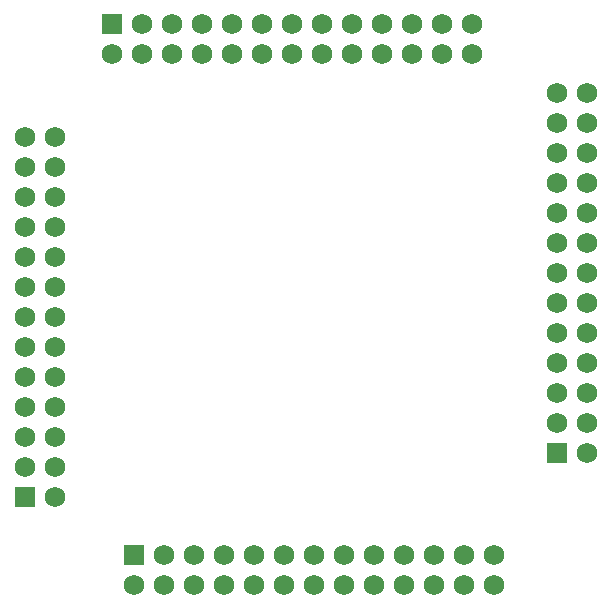
<source format=gbs>
G04*
G04 #@! TF.GenerationSoftware,Altium Limited,Altium Designer,22.7.1 (60)*
G04*
G04 Layer_Color=16711935*
%FSLAX25Y25*%
%MOIN*%
G70*
G04*
G04 #@! TF.SameCoordinates,BF298F06-0039-4E40-975A-608DE0A09416*
G04*
G04*
G04 #@! TF.FilePolarity,Negative*
G04*
G01*
G75*
%ADD23C,0.06800*%
%ADD24R,0.06800X0.06800*%
%ADD25R,0.06800X0.06800*%
D23*
X57000Y201000D02*
D03*
X47000Y191000D02*
D03*
X57000D02*
D03*
X77000D02*
D03*
X87000D02*
D03*
X97000D02*
D03*
X107000D02*
D03*
X117000D02*
D03*
X127000D02*
D03*
X137000D02*
D03*
X147000D02*
D03*
X157000D02*
D03*
X167000D02*
D03*
X67000D02*
D03*
X77000Y201000D02*
D03*
X87000D02*
D03*
X97000D02*
D03*
X107000D02*
D03*
X117000D02*
D03*
X127000D02*
D03*
X137000D02*
D03*
X147000D02*
D03*
X157000D02*
D03*
X167000D02*
D03*
X67000D02*
D03*
X195500Y68000D02*
D03*
X205500Y58000D02*
D03*
Y68000D02*
D03*
Y88000D02*
D03*
Y98000D02*
D03*
Y108000D02*
D03*
Y118000D02*
D03*
Y128000D02*
D03*
Y138000D02*
D03*
Y148000D02*
D03*
Y158000D02*
D03*
Y168000D02*
D03*
Y178000D02*
D03*
Y78000D02*
D03*
X195500Y88000D02*
D03*
Y98000D02*
D03*
Y108000D02*
D03*
Y118000D02*
D03*
Y128000D02*
D03*
Y138000D02*
D03*
Y148000D02*
D03*
Y158000D02*
D03*
Y168000D02*
D03*
Y178000D02*
D03*
Y78000D02*
D03*
X64500Y24000D02*
D03*
X54500Y14000D02*
D03*
X64500D02*
D03*
X84500D02*
D03*
X94500D02*
D03*
X104500D02*
D03*
X114500D02*
D03*
X124500D02*
D03*
X134500D02*
D03*
X144500D02*
D03*
X154500D02*
D03*
X164500D02*
D03*
X174500D02*
D03*
X74500D02*
D03*
X84500Y24000D02*
D03*
X94500D02*
D03*
X104500D02*
D03*
X114500D02*
D03*
X124500D02*
D03*
X134500D02*
D03*
X144500D02*
D03*
X154500D02*
D03*
X164500D02*
D03*
X174500D02*
D03*
X74500D02*
D03*
X18000Y53500D02*
D03*
X28000Y43500D02*
D03*
Y53500D02*
D03*
Y73500D02*
D03*
Y83500D02*
D03*
Y93500D02*
D03*
Y103500D02*
D03*
Y113500D02*
D03*
Y123500D02*
D03*
Y133500D02*
D03*
Y143500D02*
D03*
Y153500D02*
D03*
Y163500D02*
D03*
Y63500D02*
D03*
X18000Y73500D02*
D03*
Y83500D02*
D03*
Y93500D02*
D03*
Y103500D02*
D03*
Y113500D02*
D03*
Y123500D02*
D03*
Y133500D02*
D03*
Y143500D02*
D03*
Y153500D02*
D03*
Y163500D02*
D03*
Y63500D02*
D03*
D24*
X47000Y201000D02*
D03*
X54500Y24000D02*
D03*
D25*
X195500Y58000D02*
D03*
X18000Y43500D02*
D03*
M02*

</source>
